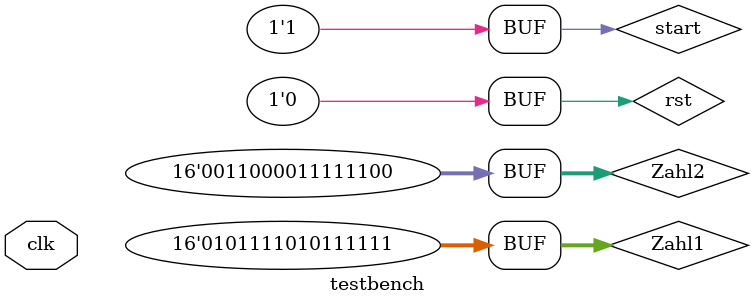
<source format=v>


`ifndef SIMULATION
module testbench(
    input clk
);

    reg [15:0] Zahl1 = 16'd24255;
    reg [15:0] Zahl2 = 16'd12540;
    wire [15:0] ergebnis;
    reg start = 'd0;
    reg rst = 'd0;
    wire valid;
	 wire logic_clk;
	 wire egal;

	 
	reg    [15:0] counter_r;
	
    LEDM MEM1(
		.address(8'd0),
		.clock(logic_clk),
		.data(counter_r),
		.wren(logic_clk),
		.q(egal) 
	 );


    ggt_top TOP(
	 
	 .clk(logic_clk), 
	 .rst_i(rst), 
	 .start_i(start),

    .Zahl1_i(Zahl1), 
	 .Zahl2_i(Zahl2),

	 
	 
	 .valid_o(valid),
    .ergebnis_o(ergebnis)
	 
	 
	 );
	 
 	 logic_pll PLL(
		.inclk0(clk),
		.c0(logic_clk)
	 
	 ); 
	 
	always @ (posedge clk) begin 
		counter_r <= counter_r + 16'd1; 
	end 

    initial begin
        // Initialwerte setzen
        rst = 1'b1;
        #10 rst = 1'b0;

			//Zahl1 = 16'd24255;
			//Zahl2 = 16'd12540;

 
            
            // Starte ggT-Berechnung
            start = 1'b1;
            //#10 start = 1'b0;

            // Warte auf gültiges Ergebnis
            //wait(valid);

        

        //$display("Alle Berechnungen abgeschlossen. Ergebnisse gespeichert.");
        //$stop;
    end
endmodule
`endif 



`ifdef SIMULATION
module testbench(
	

	
);

    reg [15:0] Zahl1;
    reg [15:0] Zahl2;
    wire [15:0] ergebnis;
    reg start = 0;
    reg clk = 0;
    reg rst = 0;
    wire valid;

    // Datei-Handles
    integer file_in, file_out;
    integer scan_result;
    
    // Modul-Instanz
    ggt_top TOP(
	 
	 .clk(clk), 
	 .rst_i(rst), 
	 .start_i(start),

    .Zahl1_i(Zahl1), 
	 .Zahl2_i(Zahl2),

	 
	 
	 .valid_o(valid),
    .ergebnis_o(ergebnis)
	 
	 
	 );
	 
	 

    // Taktgenerierung
    always #5 clk = !clk;

    initial begin
        // Initialwerte setzen
        clk = 1'b0;
        rst = 1'b1;
        #10 rst = 1'b0;
        
        // Datei öffnen
        file_in = $fopen("ggt_zahlen.txt", "r");
        file_out = $fopen("ggt_ergebnisse_euklid.txt", "w");

        if (file_in == 0) begin
            $display("Fehler: Datei ggt_zahlen.txt konnte nicht geöffnet werden!");
            $stop;
        end
        if (file_out == 0) begin
            $display("Fehler: Datei ggt_ergebnisse_euklid.txt konnte nicht geöffnet werden!");
            $stop;
        end

        // Zahlenpaare aus Datei einlesen und verarbeiten
        while (!$feof(file_in)) begin
            scan_result = $fscanf(file_in, "%d %d\n", Zahl1, Zahl2);
            if (scan_result != 2) begin
                $display("Fehler: Konnte keine zwei Zahlen lesen!");
                $finish;
            end
            
            // Starte ggT-Berechnung
            start = 1'b1;
            #10 start = 1'b0;

            // Warte auf gültiges Ergebnis
            wait(valid);
            
            // Ergebnis in Datei schreiben
            $fwrite(file_out, "%0d\n", ergebnis);
            $display("Berechnung abgeschlossen: %d (ggt) %d = [%d", Zahl1, Zahl2, ergebnis);
            #2;
        end

        // Dateien schließen
        $fclose(file_in);
        $fclose(file_out);

        $display("Alle Berechnungen abgeschlossen. Ergebnisse gespeichert.");
        $stop;
    end

endmodule
`endif 
</source>
